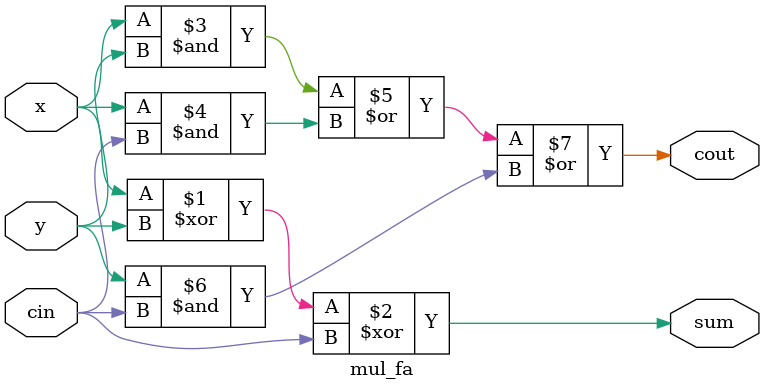
<source format=sv>
module mul_fa
(
	input logic x,
	input logic y,
	input logic cin,
	output logic cout,
	output logic sum 
);
  	assign sum = x ^ y ^ cin;
  	assign cout = (x & y) | (x & cin) | (y & cin);

endmodule

</source>
